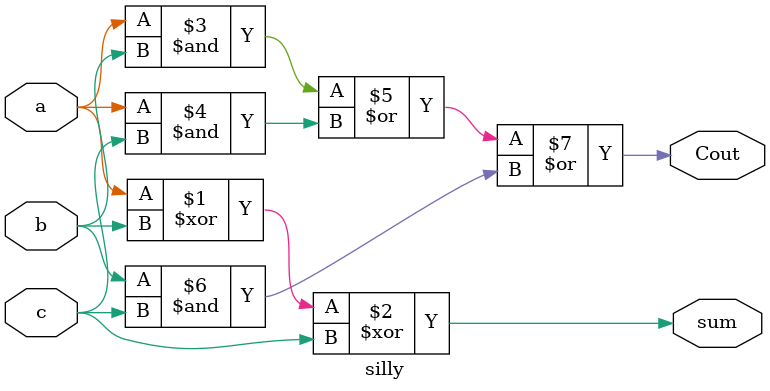
<source format=sv>
module silly (input  logic a, b, c, output logic sum, Cout);
   
  assign sum = a^b^c;
  assign Cout = a&b|a&c|b&c;
   
endmodule

</source>
